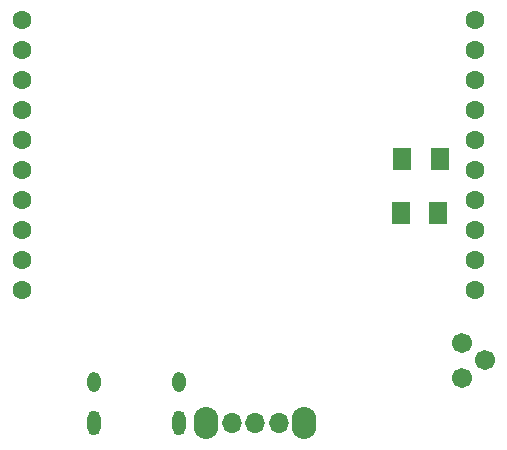
<source format=gbs>
G04*
G04 #@! TF.GenerationSoftware,Altium Limited,Altium Designer,22.11.1 (43)*
G04*
G04 Layer_Color=16711935*
%FSLAX25Y25*%
%MOIN*%
G70*
G04*
G04 #@! TF.SameCoordinates,76B60832-644B-4AE7-BD70-8BB73C9281A9*
G04*
G04*
G04 #@! TF.FilePolarity,Negative*
G04*
G01*
G75*
%ADD59R,0.06247X0.07203*%
%ADD61O,0.04337X0.08274*%
%ADD62O,0.04337X0.06699*%
%ADD63O,0.06699X0.06699*%
%ADD64O,0.08274X0.10636*%
%ADD65C,0.06699*%
%ADD66C,0.06299*%
D59*
X133460Y79000D02*
D03*
X146000D02*
D03*
X133960Y97000D02*
D03*
X146500D02*
D03*
D61*
X31332Y9208D02*
D03*
X59672Y9214D02*
D03*
D62*
X59669Y22793D02*
D03*
X31329Y22787D02*
D03*
D63*
X77126Y9000D02*
D03*
X92874D02*
D03*
X85000D02*
D03*
D64*
X101339D02*
D03*
X68661D02*
D03*
D65*
X154020Y24095D02*
D03*
Y35906D02*
D03*
X161500Y30000D02*
D03*
D66*
X158268Y143425D02*
D03*
Y133425D02*
D03*
Y123425D02*
D03*
Y113425D02*
D03*
Y103425D02*
D03*
Y93425D02*
D03*
Y83425D02*
D03*
Y73425D02*
D03*
Y63425D02*
D03*
Y53425D02*
D03*
X7087Y143425D02*
D03*
Y133425D02*
D03*
Y123425D02*
D03*
Y113425D02*
D03*
Y103425D02*
D03*
Y93425D02*
D03*
Y83425D02*
D03*
Y73425D02*
D03*
Y63425D02*
D03*
Y53425D02*
D03*
M02*

</source>
